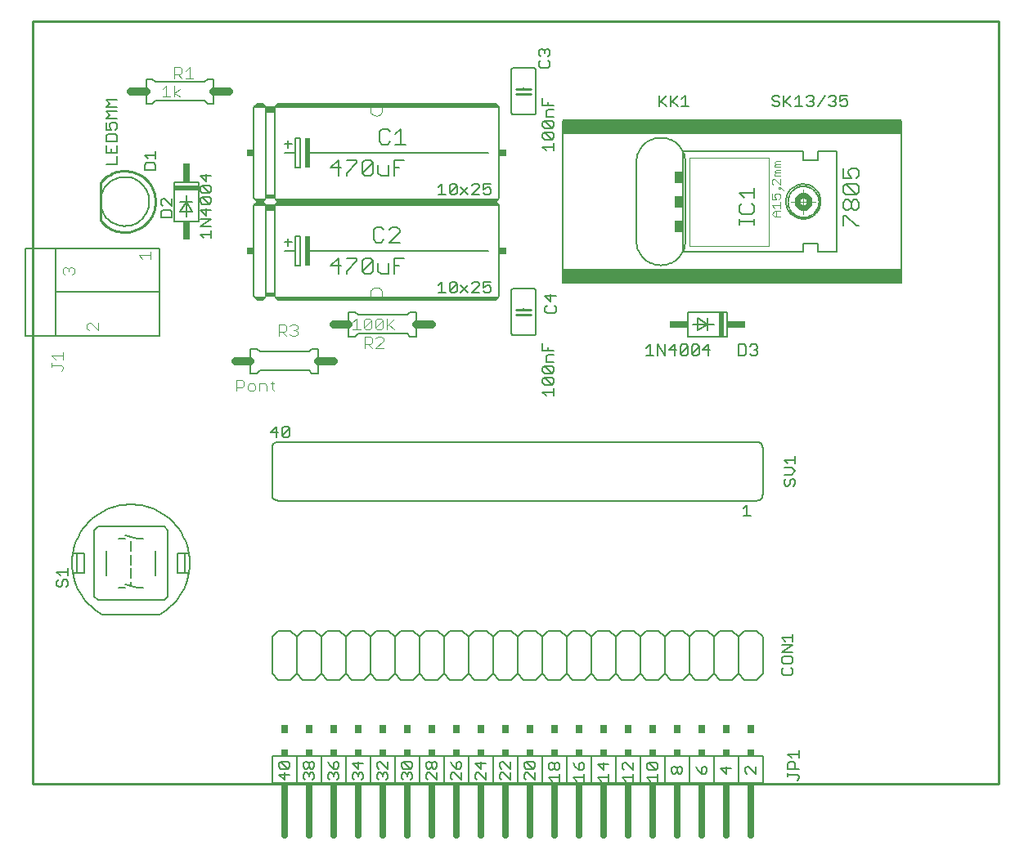
<source format=gbr>
G75*
G70*
%OFA0B0*%
%FSLAX24Y24*%
%IPPOS*%
%LPD*%
%AMOC8*
5,1,8,0,0,1.08239X$1,22.5*
%
%ADD10C,0.0100*%
%ADD11C,0.0000*%
%ADD12C,0.0050*%
%ADD13C,0.0040*%
%ADD14C,0.0120*%
%ADD15R,0.0200X0.1200*%
%ADD16R,0.0300X0.0300*%
%ADD17C,0.0070*%
%ADD18C,0.0020*%
%ADD19R,1.3800X0.0600*%
%ADD20C,0.0320*%
%ADD21R,0.1000X0.0200*%
%ADD22R,0.0300X0.0750*%
%ADD23R,0.0200X0.1000*%
%ADD24R,0.0750X0.0300*%
%ADD25R,0.0260X0.0300*%
%ADD26C,0.0260*%
%ADD27R,0.0260X0.0260*%
%ADD28R,0.0260X0.0320*%
%ADD29C,0.0240*%
%ADD30R,0.0350X0.0500*%
D10*
X000544Y002338D02*
X000544Y003838D01*
X000544Y033047D01*
X000544Y033441D01*
X039914Y033441D01*
X039914Y002338D01*
X039127Y002338D01*
X039294Y002338D01*
X039127Y002338D02*
X000544Y002338D01*
X000544Y003691D02*
X000544Y003838D01*
X020244Y021488D02*
X020544Y021488D01*
X020844Y021488D01*
X020844Y021688D02*
X020544Y021688D01*
X020244Y021688D01*
X020244Y030488D02*
X020544Y030488D01*
X020844Y030488D01*
X020844Y030688D02*
X020544Y030688D01*
X020244Y030688D01*
X003294Y026838D02*
X003351Y026908D01*
X003413Y026974D01*
X003479Y027036D01*
X003550Y027092D01*
X003624Y027144D01*
X003703Y027189D01*
X003784Y027229D01*
X003868Y027263D01*
X003954Y027291D01*
X004042Y027312D01*
X004131Y027327D01*
X004221Y027336D01*
X004312Y027338D01*
X004402Y027333D01*
X004492Y027322D01*
X004580Y027305D01*
X004668Y027281D01*
X004753Y027251D01*
X004836Y027214D01*
X004916Y027172D01*
X004993Y027124D01*
X005066Y027071D01*
X005135Y027013D01*
X005200Y026949D01*
X005260Y026882D01*
X005315Y026810D01*
X005364Y026734D01*
X005408Y026655D01*
X005446Y026573D01*
X005478Y026488D01*
X005504Y026401D01*
X005524Y026313D01*
X005537Y026223D01*
X005543Y026133D01*
X005543Y026043D01*
X005537Y025953D01*
X005524Y025863D01*
X005504Y025775D01*
X005478Y025688D01*
X005446Y025603D01*
X005408Y025521D01*
X005364Y025442D01*
X005315Y025366D01*
X005260Y025294D01*
X005200Y025227D01*
X005135Y025163D01*
X005066Y025105D01*
X004993Y025052D01*
X004916Y025004D01*
X004836Y024962D01*
X004753Y024925D01*
X004668Y024895D01*
X004580Y024871D01*
X004492Y024854D01*
X004402Y024843D01*
X004312Y024838D01*
X004221Y024840D01*
X004131Y024849D01*
X004042Y024864D01*
X003954Y024885D01*
X003868Y024913D01*
X003784Y024947D01*
X003703Y024987D01*
X003624Y025032D01*
X003550Y025084D01*
X003479Y025140D01*
X003413Y025202D01*
X003351Y025268D01*
X003294Y025338D01*
X003294Y026838D01*
X000544Y033047D02*
X000544Y033191D01*
D11*
X014294Y029838D02*
X014296Y029870D01*
X014302Y029901D01*
X014312Y029932D01*
X014326Y029961D01*
X014344Y029988D01*
X014364Y030012D01*
X014388Y030033D01*
X014414Y030052D01*
X014443Y030067D01*
X014473Y030078D01*
X014504Y030085D01*
X014536Y030088D01*
X014568Y030087D01*
X014600Y030082D01*
X014630Y030073D01*
X014660Y030060D01*
X014687Y030043D01*
X014712Y030023D01*
X014734Y030000D01*
X014754Y029974D01*
X014769Y029946D01*
X014781Y029917D01*
X014789Y029886D01*
X014793Y029854D01*
X014793Y029822D01*
X014789Y029790D01*
X014781Y029759D01*
X014769Y029730D01*
X014754Y029702D01*
X014734Y029676D01*
X014712Y029653D01*
X014687Y029633D01*
X014660Y029616D01*
X014630Y029603D01*
X014600Y029594D01*
X014568Y029589D01*
X014536Y029588D01*
X014504Y029591D01*
X014473Y029598D01*
X014443Y029609D01*
X014414Y029624D01*
X014388Y029643D01*
X014364Y029664D01*
X014344Y029688D01*
X014326Y029715D01*
X014312Y029744D01*
X014302Y029775D01*
X014296Y029806D01*
X014294Y029838D01*
X014294Y022338D02*
X014296Y022370D01*
X014302Y022401D01*
X014312Y022432D01*
X014326Y022461D01*
X014344Y022488D01*
X014364Y022512D01*
X014388Y022533D01*
X014414Y022552D01*
X014443Y022567D01*
X014473Y022578D01*
X014504Y022585D01*
X014536Y022588D01*
X014568Y022587D01*
X014600Y022582D01*
X014630Y022573D01*
X014660Y022560D01*
X014687Y022543D01*
X014712Y022523D01*
X014734Y022500D01*
X014754Y022474D01*
X014769Y022446D01*
X014781Y022417D01*
X014789Y022386D01*
X014793Y022354D01*
X014793Y022322D01*
X014789Y022290D01*
X014781Y022259D01*
X014769Y022230D01*
X014754Y022202D01*
X014734Y022176D01*
X014712Y022153D01*
X014687Y022133D01*
X014660Y022116D01*
X014630Y022103D01*
X014600Y022094D01*
X014568Y022089D01*
X014536Y022088D01*
X014504Y022091D01*
X014473Y022098D01*
X014443Y022109D01*
X014414Y022124D01*
X014388Y022143D01*
X014364Y022164D01*
X014344Y022188D01*
X014326Y022215D01*
X014312Y022244D01*
X014302Y022275D01*
X014296Y022306D01*
X014294Y022338D01*
X031294Y026088D02*
X031297Y026147D01*
X031305Y026206D01*
X031318Y026263D01*
X031337Y026320D01*
X031360Y026374D01*
X031389Y026426D01*
X031422Y026475D01*
X031459Y026521D01*
X031500Y026563D01*
X031545Y026601D01*
X031594Y026636D01*
X031645Y026665D01*
X031699Y026690D01*
X031754Y026710D01*
X031812Y026724D01*
X031870Y026734D01*
X031929Y026738D01*
X031988Y026736D01*
X032047Y026730D01*
X032105Y026718D01*
X032162Y026700D01*
X032216Y026678D01*
X032269Y026651D01*
X032319Y026619D01*
X032366Y026583D01*
X032409Y026542D01*
X032448Y026498D01*
X032483Y026451D01*
X032514Y026400D01*
X032540Y026347D01*
X032561Y026292D01*
X032577Y026235D01*
X032588Y026177D01*
X032593Y026118D01*
X032593Y026058D01*
X032588Y025999D01*
X032577Y025941D01*
X032561Y025884D01*
X032540Y025829D01*
X032514Y025776D01*
X032483Y025725D01*
X032448Y025678D01*
X032409Y025634D01*
X032366Y025593D01*
X032319Y025557D01*
X032269Y025525D01*
X032216Y025498D01*
X032162Y025476D01*
X032105Y025458D01*
X032047Y025446D01*
X031988Y025440D01*
X031929Y025438D01*
X031870Y025442D01*
X031812Y025452D01*
X031754Y025466D01*
X031699Y025486D01*
X031645Y025511D01*
X031594Y025540D01*
X031545Y025575D01*
X031500Y025613D01*
X031459Y025655D01*
X031422Y025701D01*
X031389Y025750D01*
X031360Y025802D01*
X031337Y025856D01*
X031318Y025913D01*
X031305Y025970D01*
X031297Y026029D01*
X031294Y026088D01*
D12*
X031234Y026088D02*
X031237Y026153D01*
X031246Y026217D01*
X031260Y026280D01*
X031281Y026341D01*
X031306Y026400D01*
X031337Y026457D01*
X031373Y026511D01*
X031414Y026561D01*
X031459Y026607D01*
X031509Y026649D01*
X031561Y026686D01*
X031617Y026718D01*
X031676Y026745D01*
X031737Y026767D01*
X031800Y026783D01*
X031863Y026793D01*
X031928Y026798D01*
X031992Y026796D01*
X032057Y026789D01*
X032120Y026776D01*
X032182Y026757D01*
X032242Y026733D01*
X032299Y026703D01*
X032353Y026668D01*
X032404Y026628D01*
X032452Y026584D01*
X032495Y026536D01*
X032533Y026484D01*
X032567Y026429D01*
X032595Y026371D01*
X032618Y026310D01*
X032636Y026248D01*
X032647Y026185D01*
X032653Y026120D01*
X032653Y026056D01*
X032647Y025991D01*
X032636Y025928D01*
X032618Y025866D01*
X032595Y025805D01*
X032567Y025747D01*
X032533Y025692D01*
X032495Y025640D01*
X032452Y025592D01*
X032404Y025548D01*
X032353Y025508D01*
X032299Y025473D01*
X032242Y025443D01*
X032182Y025419D01*
X032120Y025400D01*
X032057Y025387D01*
X031992Y025380D01*
X031928Y025378D01*
X031863Y025383D01*
X031800Y025393D01*
X031737Y025409D01*
X031676Y025431D01*
X031617Y025458D01*
X031561Y025490D01*
X031509Y025527D01*
X031459Y025569D01*
X031414Y025615D01*
X031373Y025665D01*
X031337Y025719D01*
X031306Y025776D01*
X031281Y025835D01*
X031260Y025896D01*
X031246Y025959D01*
X031237Y026023D01*
X031234Y026088D01*
X031944Y027788D02*
X032544Y027788D01*
X032544Y028138D01*
X033294Y028138D01*
X033294Y024038D01*
X032544Y024038D01*
X032544Y024388D01*
X031944Y024388D01*
X031944Y024038D01*
X027044Y024038D01*
X027044Y028138D01*
X031944Y028138D01*
X031944Y027788D01*
X031910Y029963D02*
X031610Y029963D01*
X031760Y029963D02*
X031760Y030414D01*
X031610Y030264D01*
X031450Y030414D02*
X031150Y030113D01*
X031225Y030188D02*
X031450Y029963D01*
X031150Y029963D02*
X031150Y030414D01*
X030989Y030339D02*
X030914Y030414D01*
X030764Y030414D01*
X030689Y030339D01*
X030689Y030264D01*
X030764Y030188D01*
X030914Y030188D01*
X030989Y030113D01*
X030989Y030038D01*
X030914Y029963D01*
X030764Y029963D01*
X030689Y030038D01*
X032070Y030038D02*
X032145Y029963D01*
X032295Y029963D01*
X032371Y030038D01*
X032371Y030113D01*
X032295Y030188D01*
X032220Y030188D01*
X032295Y030188D02*
X032371Y030264D01*
X032371Y030339D01*
X032295Y030414D01*
X032145Y030414D01*
X032070Y030339D01*
X032531Y029963D02*
X032831Y030414D01*
X032991Y030339D02*
X033066Y030414D01*
X033216Y030414D01*
X033291Y030339D01*
X033291Y030264D01*
X033216Y030188D01*
X033291Y030113D01*
X033291Y030038D01*
X033216Y029963D01*
X033066Y029963D01*
X032991Y030038D01*
X033141Y030188D02*
X033216Y030188D01*
X033451Y030188D02*
X033601Y030264D01*
X033677Y030264D01*
X033752Y030188D01*
X033752Y030038D01*
X033677Y029963D01*
X033526Y029963D01*
X033451Y030038D01*
X033451Y030188D02*
X033451Y030414D01*
X033752Y030414D01*
X035944Y029388D02*
X035944Y022788D01*
X030080Y020189D02*
X030080Y020114D01*
X030005Y020038D01*
X030080Y019963D01*
X030080Y019888D01*
X030005Y019813D01*
X029855Y019813D01*
X029780Y019888D01*
X029619Y019888D02*
X029544Y019813D01*
X029319Y019813D01*
X029319Y020264D01*
X029544Y020264D01*
X029619Y020189D01*
X029619Y019888D01*
X029780Y020189D02*
X029855Y020264D01*
X030005Y020264D01*
X030080Y020189D01*
X030005Y020038D02*
X029930Y020038D01*
X028844Y020588D02*
X028844Y021588D01*
X027244Y021588D01*
X027244Y020588D01*
X028844Y020588D01*
X028294Y021088D02*
X028044Y021088D01*
X028044Y021338D01*
X028044Y021088D02*
X027444Y021088D01*
X027644Y020838D02*
X028044Y021088D01*
X028044Y020838D01*
X028044Y021088D02*
X027644Y021338D01*
X027644Y020838D01*
X027624Y020264D02*
X027699Y020189D01*
X027398Y019888D01*
X027473Y019813D01*
X027624Y019813D01*
X027699Y019888D01*
X027699Y020189D01*
X027624Y020264D02*
X027473Y020264D01*
X027398Y020189D01*
X027398Y019888D01*
X027238Y019888D02*
X027163Y019813D01*
X027013Y019813D01*
X026938Y019888D01*
X027238Y020189D01*
X027238Y019888D01*
X026938Y019888D02*
X026938Y020189D01*
X027013Y020264D01*
X027163Y020264D01*
X027238Y020189D01*
X026778Y020038D02*
X026478Y020038D01*
X026703Y020264D01*
X026703Y019813D01*
X026318Y019813D02*
X026318Y020264D01*
X026017Y020264D02*
X026318Y019813D01*
X026017Y019813D02*
X026017Y020264D01*
X025707Y020264D02*
X025707Y019813D01*
X025557Y019813D02*
X025857Y019813D01*
X025557Y020114D02*
X025707Y020264D01*
X027859Y020038D02*
X028159Y020038D01*
X028084Y019813D02*
X028084Y020264D01*
X027859Y020038D01*
X030044Y016288D02*
X010544Y016288D01*
X010474Y016463D02*
X010474Y016914D01*
X010249Y016688D01*
X010549Y016688D01*
X010709Y016538D02*
X011009Y016839D01*
X011009Y016538D01*
X010934Y016463D01*
X010784Y016463D01*
X010709Y016538D01*
X010709Y016839D01*
X010784Y016914D01*
X010934Y016914D01*
X011009Y016839D01*
X010544Y016288D02*
X010514Y016286D01*
X010484Y016281D01*
X010455Y016272D01*
X010428Y016259D01*
X010402Y016244D01*
X010378Y016225D01*
X010357Y016204D01*
X010338Y016180D01*
X010323Y016154D01*
X010310Y016127D01*
X010301Y016098D01*
X010296Y016068D01*
X010294Y016038D01*
X010294Y014138D01*
X010296Y014108D01*
X010301Y014078D01*
X010310Y014049D01*
X010323Y014022D01*
X010338Y013996D01*
X010357Y013972D01*
X010378Y013951D01*
X010402Y013932D01*
X010428Y013917D01*
X010455Y013904D01*
X010484Y013895D01*
X010514Y013890D01*
X010544Y013888D01*
X030044Y013888D01*
X030074Y013890D01*
X030104Y013895D01*
X030133Y013904D01*
X030160Y013917D01*
X030186Y013932D01*
X030210Y013951D01*
X030231Y013972D01*
X030250Y013996D01*
X030265Y014022D01*
X030278Y014049D01*
X030287Y014078D01*
X030292Y014108D01*
X030294Y014138D01*
X030294Y016038D01*
X030292Y016068D01*
X030287Y016098D01*
X030278Y016127D01*
X030265Y016154D01*
X030250Y016180D01*
X030231Y016204D01*
X030210Y016225D01*
X030186Y016244D01*
X030160Y016259D01*
X030133Y016272D01*
X030104Y016281D01*
X030074Y016286D01*
X030044Y016288D01*
X031169Y015553D02*
X031619Y015553D01*
X031619Y015403D02*
X031619Y015703D01*
X031319Y015403D02*
X031169Y015553D01*
X031169Y015243D02*
X031469Y015243D01*
X031619Y015093D01*
X031469Y014942D01*
X031169Y014942D01*
X031244Y014782D02*
X031169Y014707D01*
X031169Y014557D01*
X031244Y014482D01*
X031319Y014482D01*
X031394Y014557D01*
X031394Y014707D01*
X031469Y014782D01*
X031544Y014782D01*
X031619Y014707D01*
X031619Y014557D01*
X031544Y014482D01*
X029659Y013714D02*
X029659Y013263D01*
X029509Y013263D02*
X029809Y013263D01*
X029509Y013564D02*
X029659Y013714D01*
X029544Y008588D02*
X029294Y008338D01*
X029294Y006838D01*
X029044Y006588D01*
X028544Y006588D01*
X028294Y006838D01*
X028294Y008338D01*
X028044Y008588D01*
X027544Y008588D01*
X027294Y008338D01*
X027294Y006838D01*
X027044Y006588D01*
X026544Y006588D01*
X026294Y006838D01*
X026294Y008338D01*
X026044Y008588D01*
X025544Y008588D01*
X025294Y008338D01*
X025294Y006838D01*
X025044Y006588D01*
X024544Y006588D01*
X024294Y006838D01*
X024294Y008338D01*
X024044Y008588D01*
X023544Y008588D01*
X023294Y008338D01*
X023294Y006838D01*
X023044Y006588D01*
X022544Y006588D01*
X022294Y006838D01*
X022294Y008338D01*
X022544Y008588D01*
X023044Y008588D01*
X023294Y008338D01*
X024294Y008338D02*
X024544Y008588D01*
X025044Y008588D01*
X025294Y008338D01*
X026294Y008338D02*
X026544Y008588D01*
X027044Y008588D01*
X027294Y008338D01*
X028294Y008338D02*
X028544Y008588D01*
X029044Y008588D01*
X029294Y008338D01*
X029544Y008588D02*
X030044Y008588D01*
X030294Y008338D01*
X030294Y006838D01*
X030044Y006588D01*
X029544Y006588D01*
X029294Y006838D01*
X028294Y006838D02*
X028044Y006588D01*
X027544Y006588D01*
X027294Y006838D01*
X026294Y006838D02*
X026044Y006588D01*
X025544Y006588D01*
X025294Y006838D01*
X024294Y006838D02*
X024044Y006588D01*
X023544Y006588D01*
X023294Y006838D01*
X022294Y006838D02*
X022044Y006588D01*
X021544Y006588D01*
X021294Y006838D01*
X021294Y008338D01*
X021544Y008588D01*
X022044Y008588D01*
X022294Y008338D01*
X021294Y008338D02*
X021044Y008588D01*
X020544Y008588D01*
X020294Y008338D01*
X020294Y006838D01*
X020044Y006588D01*
X019544Y006588D01*
X019294Y006838D01*
X019294Y008338D01*
X019544Y008588D01*
X020044Y008588D01*
X020294Y008338D01*
X019294Y008338D02*
X019044Y008588D01*
X018544Y008588D01*
X018294Y008338D01*
X018294Y006838D01*
X018044Y006588D01*
X017544Y006588D01*
X017294Y006838D01*
X017294Y008338D01*
X017544Y008588D01*
X018044Y008588D01*
X018294Y008338D01*
X017294Y008338D02*
X017044Y008588D01*
X016544Y008588D01*
X016294Y008338D01*
X016294Y006838D01*
X016044Y006588D01*
X015544Y006588D01*
X015294Y006838D01*
X015294Y008338D01*
X015544Y008588D01*
X016044Y008588D01*
X016294Y008338D01*
X015294Y008338D02*
X015044Y008588D01*
X014544Y008588D01*
X014294Y008338D01*
X014294Y006838D01*
X014044Y006588D01*
X013544Y006588D01*
X013294Y006838D01*
X013294Y008338D01*
X013544Y008588D01*
X014044Y008588D01*
X014294Y008338D01*
X013294Y008338D02*
X013044Y008588D01*
X012544Y008588D01*
X012294Y008338D01*
X012294Y006838D01*
X012044Y006588D01*
X011544Y006588D01*
X011294Y006838D01*
X011044Y006588D01*
X010544Y006588D01*
X010294Y006838D01*
X010294Y008338D01*
X010544Y008588D01*
X011044Y008588D01*
X011294Y008338D01*
X011294Y006838D01*
X012294Y006838D02*
X012544Y006588D01*
X013044Y006588D01*
X013294Y006838D01*
X014294Y006838D02*
X014544Y006588D01*
X015044Y006588D01*
X015294Y006838D01*
X016294Y006838D02*
X016544Y006588D01*
X017044Y006588D01*
X017294Y006838D01*
X018294Y006838D02*
X018544Y006588D01*
X019044Y006588D01*
X019294Y006838D01*
X020294Y006838D02*
X020544Y006588D01*
X021044Y006588D01*
X021294Y006838D01*
X021294Y003488D02*
X020294Y003488D01*
X020294Y002388D01*
X021294Y002388D01*
X022294Y002388D01*
X023294Y002388D01*
X024294Y002388D01*
X025294Y002388D01*
X026294Y002388D01*
X027294Y002388D01*
X028294Y002388D01*
X029294Y002388D01*
X030294Y002388D01*
X030294Y003488D01*
X029294Y003488D01*
X028294Y003488D01*
X028294Y002388D01*
X027944Y002753D02*
X028019Y002828D01*
X028019Y002978D01*
X027944Y003053D01*
X027869Y003053D01*
X027794Y002978D01*
X027794Y002753D01*
X027944Y002753D01*
X027794Y002753D02*
X027644Y002903D01*
X027569Y003053D01*
X027019Y002978D02*
X027019Y002828D01*
X026944Y002753D01*
X026869Y002753D01*
X026794Y002828D01*
X026794Y002978D01*
X026869Y003053D01*
X026944Y003053D01*
X027019Y002978D01*
X026794Y002978D02*
X026719Y003053D01*
X026644Y003053D01*
X026569Y002978D01*
X026569Y002828D01*
X026644Y002753D01*
X026719Y002753D01*
X026794Y002828D01*
X026294Y002388D02*
X026294Y003488D01*
X027294Y003488D01*
X028294Y003488D01*
X028569Y002978D02*
X028794Y002753D01*
X028794Y003053D01*
X029019Y002978D02*
X028569Y002978D01*
X029294Y003488D02*
X029294Y002388D01*
X029644Y002753D02*
X029569Y002828D01*
X029569Y002978D01*
X029644Y003053D01*
X029719Y003053D01*
X030019Y002753D01*
X030019Y003053D01*
X031319Y002942D02*
X031319Y003168D01*
X031394Y003243D01*
X031544Y003243D01*
X031619Y003168D01*
X031619Y002942D01*
X031769Y002942D02*
X031319Y002942D01*
X031319Y002782D02*
X031319Y002632D01*
X031319Y002707D02*
X031694Y002707D01*
X031769Y002632D01*
X031769Y002557D01*
X031694Y002482D01*
X031769Y003403D02*
X031769Y003703D01*
X031769Y003553D02*
X031319Y003553D01*
X031469Y003403D01*
X031444Y006772D02*
X031144Y006772D01*
X031069Y006847D01*
X031069Y006997D01*
X031144Y007072D01*
X031144Y007232D02*
X031444Y007232D01*
X031519Y007307D01*
X031519Y007457D01*
X031444Y007532D01*
X031144Y007532D01*
X031069Y007457D01*
X031069Y007307D01*
X031144Y007232D01*
X031444Y007072D02*
X031519Y006997D01*
X031519Y006847D01*
X031444Y006772D01*
X031519Y007692D02*
X031069Y007692D01*
X031519Y007993D01*
X031069Y007993D01*
X031219Y008153D02*
X031069Y008303D01*
X031519Y008303D01*
X031519Y008153D02*
X031519Y008453D01*
X027294Y003488D02*
X027294Y002388D01*
X026019Y002443D02*
X026019Y002743D01*
X026019Y002593D02*
X025569Y002593D01*
X025719Y002443D01*
X025294Y002388D02*
X025294Y003488D01*
X026294Y003488D01*
X025944Y003203D02*
X026019Y003128D01*
X026019Y002978D01*
X025944Y002903D01*
X025644Y003203D01*
X025944Y003203D01*
X025644Y003203D02*
X025569Y003128D01*
X025569Y002978D01*
X025644Y002903D01*
X025944Y002903D01*
X025294Y003488D02*
X024294Y003488D01*
X023294Y003488D01*
X023294Y002388D01*
X023019Y002443D02*
X023019Y002743D01*
X023019Y002593D02*
X022569Y002593D01*
X022719Y002443D01*
X022294Y002388D02*
X022294Y003488D01*
X023294Y003488D01*
X022944Y003203D02*
X022869Y003203D01*
X022794Y003128D01*
X022794Y002903D01*
X022944Y002903D01*
X023019Y002978D01*
X023019Y003128D01*
X022944Y003203D01*
X022644Y003053D02*
X022794Y002903D01*
X022644Y003053D02*
X022569Y003203D01*
X022294Y003488D02*
X021294Y003488D01*
X021294Y002388D01*
X021019Y002493D02*
X020719Y002793D01*
X020644Y002793D01*
X020569Y002718D01*
X020569Y002568D01*
X020644Y002493D01*
X020294Y002388D02*
X019294Y002388D01*
X018294Y002388D01*
X018294Y003488D01*
X019294Y003488D01*
X020294Y003488D01*
X020019Y003253D02*
X020019Y002953D01*
X019719Y003253D01*
X019644Y003253D01*
X019569Y003178D01*
X019569Y003028D01*
X019644Y002953D01*
X019644Y002793D02*
X019569Y002718D01*
X019569Y002568D01*
X019644Y002493D01*
X019644Y002793D02*
X019719Y002793D01*
X020019Y002493D01*
X020019Y002793D01*
X020569Y003028D02*
X020569Y003178D01*
X020644Y003253D01*
X020944Y002953D01*
X021019Y003028D01*
X021019Y003178D01*
X020944Y003253D01*
X020644Y003253D01*
X020569Y003028D02*
X020644Y002953D01*
X020944Y002953D01*
X021019Y002793D02*
X021019Y002493D01*
X021569Y002593D02*
X022019Y002593D01*
X022019Y002443D02*
X022019Y002743D01*
X021944Y002903D02*
X021869Y002903D01*
X021794Y002978D01*
X021794Y003128D01*
X021869Y003203D01*
X021944Y003203D01*
X022019Y003128D01*
X022019Y002978D01*
X021944Y002903D01*
X021794Y002978D02*
X021719Y002903D01*
X021644Y002903D01*
X021569Y002978D01*
X021569Y003128D01*
X021644Y003203D01*
X021719Y003203D01*
X021794Y003128D01*
X021569Y002593D02*
X021719Y002443D01*
X023569Y002593D02*
X024019Y002593D01*
X024019Y002443D02*
X024019Y002743D01*
X023794Y002903D02*
X023569Y003128D01*
X024019Y003128D01*
X023794Y003203D02*
X023794Y002903D01*
X023569Y002593D02*
X023719Y002443D01*
X024294Y002388D02*
X024294Y003488D01*
X024644Y003203D02*
X024569Y003128D01*
X024569Y002978D01*
X024644Y002903D01*
X024644Y003203D02*
X024719Y003203D01*
X025019Y002903D01*
X025019Y003203D01*
X025019Y002743D02*
X025019Y002443D01*
X025019Y002593D02*
X024569Y002593D01*
X024719Y002443D01*
X019294Y002388D02*
X019294Y003488D01*
X019019Y003178D02*
X018569Y003178D01*
X018794Y002953D01*
X018794Y003253D01*
X018719Y002793D02*
X018644Y002793D01*
X018569Y002718D01*
X018569Y002568D01*
X018644Y002493D01*
X018719Y002793D02*
X019019Y002493D01*
X019019Y002793D01*
X018294Y002388D02*
X017294Y002388D01*
X016294Y002388D01*
X015294Y002388D01*
X015294Y003488D01*
X016294Y003488D01*
X017294Y003488D01*
X018294Y003488D01*
X018019Y003178D02*
X017944Y003253D01*
X017869Y003253D01*
X017794Y003178D01*
X017794Y002953D01*
X017944Y002953D01*
X018019Y003028D01*
X018019Y003178D01*
X017794Y002953D02*
X017644Y003103D01*
X017569Y003253D01*
X017294Y003488D02*
X017294Y002388D01*
X017019Y002493D02*
X016719Y002793D01*
X016644Y002793D01*
X016569Y002718D01*
X016569Y002568D01*
X016644Y002493D01*
X016294Y002388D02*
X016294Y003488D01*
X016019Y003178D02*
X016019Y003028D01*
X015944Y002953D01*
X015644Y003253D01*
X015944Y003253D01*
X016019Y003178D01*
X015944Y002953D02*
X015644Y002953D01*
X015569Y003028D01*
X015569Y003178D01*
X015644Y003253D01*
X015294Y003488D02*
X014294Y003488D01*
X013294Y003488D01*
X013294Y002388D01*
X014294Y002388D01*
X015294Y002388D01*
X015019Y002568D02*
X014944Y002493D01*
X015019Y002568D02*
X015019Y002718D01*
X014944Y002793D01*
X014869Y002793D01*
X014794Y002718D01*
X014794Y002643D01*
X014794Y002718D02*
X014719Y002793D01*
X014644Y002793D01*
X014569Y002718D01*
X014569Y002568D01*
X014644Y002493D01*
X014294Y002388D02*
X014294Y003488D01*
X014019Y003178D02*
X013569Y003178D01*
X013794Y002953D01*
X013794Y003253D01*
X013869Y002793D02*
X013944Y002793D01*
X014019Y002718D01*
X014019Y002568D01*
X013944Y002493D01*
X013794Y002643D02*
X013794Y002718D01*
X013869Y002793D01*
X013794Y002718D02*
X013719Y002793D01*
X013644Y002793D01*
X013569Y002718D01*
X013569Y002568D01*
X013644Y002493D01*
X013294Y002388D02*
X012294Y002388D01*
X011294Y002388D01*
X010294Y002388D01*
X010294Y003488D01*
X011294Y003488D01*
X012294Y003488D01*
X013294Y003488D01*
X013019Y003178D02*
X012944Y003253D01*
X012869Y003253D01*
X012794Y003178D01*
X012794Y002953D01*
X012944Y002953D01*
X013019Y003028D01*
X013019Y003178D01*
X012794Y002953D02*
X012644Y003103D01*
X012569Y003253D01*
X012294Y003488D02*
X012294Y002388D01*
X012019Y002568D02*
X011944Y002493D01*
X012019Y002568D02*
X012019Y002718D01*
X011944Y002793D01*
X011869Y002793D01*
X011794Y002718D01*
X011794Y002643D01*
X011794Y002718D02*
X011719Y002793D01*
X011644Y002793D01*
X011569Y002718D01*
X011569Y002568D01*
X011644Y002493D01*
X011294Y002388D02*
X011294Y003488D01*
X011019Y003178D02*
X011019Y003028D01*
X010944Y002953D01*
X010644Y003253D01*
X010944Y003253D01*
X011019Y003178D01*
X010944Y002953D02*
X010644Y002953D01*
X010569Y003028D01*
X010569Y003178D01*
X010644Y003253D01*
X010794Y002793D02*
X010794Y002493D01*
X010569Y002718D01*
X011019Y002718D01*
X011569Y003028D02*
X011569Y003178D01*
X011644Y003253D01*
X011719Y003253D01*
X011794Y003178D01*
X011794Y003028D01*
X011719Y002953D01*
X011644Y002953D01*
X011569Y003028D01*
X011794Y003028D02*
X011869Y002953D01*
X011944Y002953D01*
X012019Y003028D01*
X012019Y003178D01*
X011944Y003253D01*
X011869Y003253D01*
X011794Y003178D01*
X012569Y002718D02*
X012644Y002793D01*
X012719Y002793D01*
X012794Y002718D01*
X012869Y002793D01*
X012944Y002793D01*
X013019Y002718D01*
X013019Y002568D01*
X012944Y002493D01*
X012794Y002643D02*
X012794Y002718D01*
X012569Y002718D02*
X012569Y002568D01*
X012644Y002493D01*
X014569Y003028D02*
X014644Y002953D01*
X014569Y003028D02*
X014569Y003178D01*
X014644Y003253D01*
X014719Y003253D01*
X015019Y002953D01*
X015019Y003253D01*
X015569Y002718D02*
X015644Y002793D01*
X015719Y002793D01*
X015794Y002718D01*
X015869Y002793D01*
X015944Y002793D01*
X016019Y002718D01*
X016019Y002568D01*
X015944Y002493D01*
X015794Y002643D02*
X015794Y002718D01*
X015569Y002718D02*
X015569Y002568D01*
X015644Y002493D01*
X016569Y003028D02*
X016569Y003178D01*
X016644Y003253D01*
X016719Y003253D01*
X016794Y003178D01*
X016794Y003028D01*
X016719Y002953D01*
X016644Y002953D01*
X016569Y003028D01*
X016794Y003028D02*
X016869Y002953D01*
X016944Y002953D01*
X017019Y003028D01*
X017019Y003178D01*
X016944Y003253D01*
X016869Y003253D01*
X016794Y003178D01*
X017019Y002793D02*
X017019Y002493D01*
X017569Y002568D02*
X017644Y002493D01*
X017569Y002568D02*
X017569Y002718D01*
X017644Y002793D01*
X017719Y002793D01*
X018019Y002493D01*
X018019Y002793D01*
X012294Y008338D02*
X012044Y008588D01*
X011544Y008588D01*
X011294Y008338D01*
X006894Y010938D02*
X006744Y010938D01*
X006444Y010938D01*
X006444Y011738D01*
X006744Y011738D01*
X006744Y010938D01*
X006744Y011738D02*
X006894Y011738D01*
X006044Y012688D02*
X005894Y012838D01*
X003194Y012838D01*
X003044Y012688D01*
X003044Y009988D01*
X003194Y009838D01*
X005894Y009838D01*
X006044Y009988D01*
X006044Y012688D01*
X005544Y011838D02*
X005544Y010838D01*
X005044Y010338D02*
X004794Y010338D01*
X004294Y010488D01*
X004294Y010338D02*
X004044Y010338D01*
X004544Y010438D02*
X004544Y010588D01*
X004544Y010738D02*
X004544Y011138D01*
X004544Y011288D02*
X004544Y011688D01*
X004544Y011838D02*
X004544Y012238D01*
X004294Y012338D02*
X004044Y012338D01*
X004294Y012488D02*
X004794Y012338D01*
X005044Y012338D01*
X005706Y009238D02*
X005863Y009333D01*
X006012Y009439D01*
X006153Y009557D01*
X006284Y009685D01*
X006405Y009823D01*
X006515Y009969D01*
X006614Y010124D01*
X006701Y010285D01*
X006775Y010453D01*
X006836Y010626D01*
X006884Y010803D01*
X006918Y010983D01*
X006938Y011165D01*
X006944Y011348D01*
X006936Y011532D01*
X006914Y011714D01*
X006879Y011893D01*
X006830Y012070D01*
X006767Y012242D01*
X006692Y012410D01*
X006603Y012570D01*
X006503Y012724D01*
X006392Y012869D01*
X006270Y013006D01*
X006137Y013133D01*
X005996Y013249D01*
X005845Y013355D01*
X005688Y013448D01*
X005523Y013529D01*
X005353Y013598D01*
X005178Y013653D01*
X005000Y013694D01*
X004818Y013722D01*
X004636Y013736D01*
X004452Y013736D01*
X004270Y013722D01*
X004088Y013694D01*
X003910Y013653D01*
X003735Y013598D01*
X003565Y013529D01*
X003400Y013448D01*
X003243Y013355D01*
X003092Y013249D01*
X002951Y013133D01*
X002818Y013006D01*
X002696Y012869D01*
X002585Y012724D01*
X002485Y012570D01*
X002396Y012410D01*
X002321Y012242D01*
X002258Y012070D01*
X002209Y011893D01*
X002174Y011714D01*
X002152Y011532D01*
X002144Y011348D01*
X002150Y011165D01*
X002170Y010983D01*
X002204Y010803D01*
X002252Y010626D01*
X002313Y010453D01*
X002387Y010285D01*
X002474Y010124D01*
X002573Y009969D01*
X002683Y009823D01*
X002804Y009685D01*
X002935Y009557D01*
X003076Y009439D01*
X003225Y009333D01*
X003382Y009238D01*
X005706Y009238D01*
X003544Y010838D02*
X003544Y011838D01*
X002644Y011738D02*
X002644Y010938D01*
X002344Y010938D01*
X002194Y010938D01*
X002344Y010938D02*
X002344Y011738D01*
X002194Y011738D01*
X002344Y011738D02*
X002644Y011738D01*
X001969Y011124D02*
X001969Y010824D01*
X001969Y010974D02*
X001519Y010974D01*
X001669Y010824D01*
X001594Y010664D02*
X001519Y010588D01*
X001519Y010438D01*
X001594Y010363D01*
X001669Y010363D01*
X001744Y010438D01*
X001744Y010588D01*
X001819Y010664D01*
X001894Y010664D01*
X001969Y010588D01*
X001969Y010438D01*
X001894Y010363D01*
X009419Y019088D02*
X009669Y019088D01*
X009794Y019213D01*
X011794Y019213D01*
X011919Y019088D01*
X012169Y019088D01*
X012169Y019588D01*
X012169Y020088D01*
X011919Y020088D01*
X011794Y019963D01*
X009794Y019963D01*
X009669Y020088D01*
X009419Y020088D01*
X009419Y019588D01*
X009419Y019088D01*
X009694Y022088D02*
X009594Y022188D01*
X009994Y022188D01*
X009894Y022088D01*
X009694Y022088D01*
X009594Y022188D02*
X009544Y022238D01*
X009544Y025938D01*
X010044Y025938D01*
X010044Y025738D01*
X010044Y022338D01*
X010044Y022238D01*
X010394Y022238D01*
X010394Y022338D01*
X010044Y022338D01*
X010044Y022238D02*
X009994Y022188D01*
X010394Y022238D02*
X010444Y022188D01*
X019494Y022188D01*
X019394Y022088D01*
X010544Y022088D01*
X010444Y022188D01*
X010394Y022338D02*
X010394Y025738D01*
X010044Y025738D01*
X010044Y025938D02*
X010394Y025938D01*
X019544Y025938D01*
X019394Y026088D01*
X010544Y026088D01*
X010394Y025938D01*
X010394Y025738D01*
X010544Y026088D02*
X019394Y026088D01*
X019494Y026188D01*
X019544Y026238D01*
X019544Y029938D01*
X019394Y030088D01*
X010544Y030088D01*
X010394Y029938D01*
X019544Y029938D01*
X020044Y029738D02*
X020044Y031438D01*
X020046Y031458D01*
X020052Y031476D01*
X020061Y031494D01*
X020073Y031509D01*
X020088Y031521D01*
X020106Y031530D01*
X020124Y031536D01*
X020144Y031538D01*
X020944Y031538D01*
X020964Y031536D01*
X020982Y031530D01*
X021000Y031521D01*
X021015Y031509D01*
X021027Y031494D01*
X021036Y031476D01*
X021042Y031458D01*
X021044Y031438D01*
X021044Y029738D01*
X021042Y029718D01*
X021036Y029700D01*
X021027Y029682D01*
X021015Y029667D01*
X021000Y029655D01*
X020982Y029646D01*
X020964Y029640D01*
X020944Y029638D01*
X020144Y029638D01*
X020124Y029640D01*
X020106Y029646D01*
X020088Y029655D01*
X020073Y029667D01*
X020061Y029682D01*
X020052Y029700D01*
X020046Y029718D01*
X020044Y029738D01*
X020544Y030438D02*
X020544Y030488D01*
X020544Y030688D02*
X020544Y030738D01*
X021319Y030303D02*
X021319Y030003D01*
X021769Y030003D01*
X021769Y029843D02*
X021544Y029843D01*
X021469Y029768D01*
X021469Y029542D01*
X021769Y029542D01*
X021694Y029382D02*
X021769Y029307D01*
X021769Y029157D01*
X021694Y029082D01*
X021394Y029382D01*
X021694Y029382D01*
X021694Y029082D02*
X021394Y029082D01*
X021319Y029157D01*
X021319Y029307D01*
X021394Y029382D01*
X021394Y028922D02*
X021694Y028622D01*
X021769Y028697D01*
X021769Y028847D01*
X021694Y028922D01*
X021394Y028922D01*
X021319Y028847D01*
X021319Y028697D01*
X021394Y028622D01*
X021694Y028622D01*
X021769Y028462D02*
X021769Y028161D01*
X021769Y028311D02*
X021319Y028311D01*
X021469Y028161D01*
X022144Y029388D02*
X022144Y022788D01*
X021644Y022303D02*
X021644Y022003D01*
X021419Y022228D01*
X021869Y022228D01*
X021794Y021843D02*
X021869Y021768D01*
X021869Y021618D01*
X021794Y021543D01*
X021494Y021543D01*
X021419Y021618D01*
X021419Y021768D01*
X021494Y021843D01*
X021044Y022438D02*
X021044Y020738D01*
X021042Y020718D01*
X021036Y020700D01*
X021027Y020682D01*
X021015Y020667D01*
X021000Y020655D01*
X020982Y020646D01*
X020964Y020640D01*
X020944Y020638D01*
X020144Y020638D01*
X020124Y020640D01*
X020106Y020646D01*
X020088Y020655D01*
X020073Y020667D01*
X020061Y020682D01*
X020052Y020700D01*
X020046Y020718D01*
X020044Y020738D01*
X020044Y022438D01*
X020046Y022458D01*
X020052Y022476D01*
X020061Y022494D01*
X020073Y022509D01*
X020088Y022521D01*
X020106Y022530D01*
X020124Y022536D01*
X020144Y022538D01*
X020944Y022538D01*
X020964Y022536D01*
X020982Y022530D01*
X021000Y022521D01*
X021015Y022509D01*
X021027Y022494D01*
X021036Y022476D01*
X021042Y022458D01*
X021044Y022438D01*
X020544Y021738D02*
X020544Y021688D01*
X020544Y021488D02*
X020544Y021438D01*
X019544Y022238D02*
X019494Y022188D01*
X019544Y022238D02*
X019544Y025938D01*
X019494Y026188D02*
X010444Y026188D01*
X010394Y026238D01*
X010394Y026338D01*
X010044Y026338D01*
X010044Y026238D01*
X010394Y026238D01*
X010444Y026188D02*
X010544Y026088D01*
X010394Y026338D02*
X010394Y029738D01*
X010044Y029738D01*
X010044Y026338D01*
X010044Y026238D02*
X009994Y026188D01*
X009894Y026088D01*
X010044Y025938D01*
X009894Y026088D02*
X009694Y026088D01*
X009544Y025938D01*
X009694Y026088D02*
X009594Y026188D01*
X009994Y026188D01*
X009894Y026088D02*
X009694Y026088D01*
X009594Y026188D02*
X009544Y026238D01*
X009544Y029938D01*
X010044Y029938D01*
X010044Y029738D01*
X010044Y029938D02*
X009894Y030088D01*
X009694Y030088D01*
X009544Y029938D01*
X010044Y029938D02*
X010394Y029938D01*
X010394Y029738D01*
X010944Y028588D02*
X010944Y028288D01*
X010794Y028438D02*
X011094Y028438D01*
X011244Y028688D02*
X011244Y028088D01*
X010794Y028088D01*
X011244Y028088D02*
X011244Y027488D01*
X011444Y027488D01*
X011444Y028688D01*
X011244Y028688D01*
X011794Y028088D02*
X019094Y028088D01*
X019211Y026814D02*
X018911Y026814D01*
X018911Y026588D01*
X019061Y026664D01*
X019136Y026664D01*
X019211Y026588D01*
X019211Y026438D01*
X019136Y026363D01*
X018986Y026363D01*
X018911Y026438D01*
X018751Y026363D02*
X018450Y026363D01*
X018751Y026664D01*
X018751Y026739D01*
X018675Y026814D01*
X018525Y026814D01*
X018450Y026739D01*
X018290Y026664D02*
X017990Y026363D01*
X017830Y026438D02*
X017755Y026363D01*
X017605Y026363D01*
X017530Y026438D01*
X017830Y026739D01*
X017830Y026438D01*
X017990Y026664D02*
X018290Y026363D01*
X017830Y026739D02*
X017755Y026814D01*
X017605Y026814D01*
X017530Y026739D01*
X017530Y026438D01*
X017369Y026363D02*
X017069Y026363D01*
X017219Y026363D02*
X017219Y026814D01*
X017069Y026664D01*
X019094Y024088D02*
X011794Y024088D01*
X011244Y024088D02*
X010794Y024088D01*
X010944Y024288D02*
X010944Y024588D01*
X010794Y024438D02*
X011094Y024438D01*
X011244Y024688D02*
X011244Y024088D01*
X011244Y023488D01*
X011444Y023488D01*
X011444Y024688D01*
X011244Y024688D01*
X007819Y024751D02*
X007369Y024751D01*
X007519Y024601D01*
X007819Y024601D02*
X007819Y024901D01*
X007819Y025061D02*
X007369Y025061D01*
X007819Y025362D01*
X007369Y025362D01*
X007294Y025288D02*
X007294Y026888D01*
X006294Y026888D01*
X006294Y025288D01*
X007294Y025288D01*
X007594Y025522D02*
X007594Y025822D01*
X007444Y025982D02*
X007369Y026057D01*
X007369Y026207D01*
X007444Y026282D01*
X007744Y025982D01*
X007819Y026057D01*
X007819Y026207D01*
X007744Y026282D01*
X007444Y026282D01*
X007444Y026442D02*
X007369Y026517D01*
X007369Y026668D01*
X007444Y026743D01*
X007744Y026442D01*
X007819Y026517D01*
X007819Y026668D01*
X007744Y026743D01*
X007444Y026743D01*
X007594Y026903D02*
X007594Y027203D01*
X007369Y027128D02*
X007594Y026903D01*
X007819Y027128D02*
X007369Y027128D01*
X007444Y026442D02*
X007744Y026442D01*
X007744Y025982D02*
X007444Y025982D01*
X007369Y025747D02*
X007594Y025522D01*
X007819Y025747D02*
X007369Y025747D01*
X007044Y025688D02*
X006794Y026088D01*
X006544Y026088D01*
X006794Y026088D02*
X007044Y026088D01*
X006794Y026088D02*
X006794Y025488D01*
X006544Y025688D02*
X006794Y026088D01*
X006794Y026338D01*
X006219Y026203D02*
X006219Y025903D01*
X005919Y026203D01*
X005844Y026203D01*
X005769Y026128D01*
X005769Y025978D01*
X005844Y025903D01*
X005844Y025743D02*
X005769Y025668D01*
X005769Y025443D01*
X006219Y025443D01*
X006219Y025668D01*
X006144Y025743D01*
X005844Y025743D01*
X006544Y025688D02*
X007044Y025688D01*
X005702Y024163D02*
X005702Y022391D01*
X001489Y022391D01*
X001489Y024163D01*
X000229Y024163D01*
X000229Y020620D01*
X001489Y020620D01*
X005702Y020620D01*
X005702Y022391D01*
X005702Y024163D02*
X001489Y024163D01*
X001489Y022391D02*
X001489Y020620D01*
X003294Y026088D02*
X003298Y026179D01*
X003311Y026269D01*
X003331Y026358D01*
X003360Y026444D01*
X003396Y026528D01*
X003440Y026608D01*
X003490Y026683D01*
X003548Y026754D01*
X003611Y026819D01*
X003681Y026878D01*
X003755Y026930D01*
X003834Y026976D01*
X003917Y027014D01*
X004002Y027045D01*
X004091Y027067D01*
X004180Y027082D01*
X004271Y027088D01*
X004362Y027086D01*
X004453Y027075D01*
X004542Y027057D01*
X004629Y027030D01*
X004713Y026996D01*
X004794Y026954D01*
X004871Y026905D01*
X004943Y026849D01*
X005009Y026787D01*
X005070Y026719D01*
X005124Y026646D01*
X005171Y026568D01*
X005211Y026486D01*
X005244Y026401D01*
X005268Y026314D01*
X005285Y026224D01*
X005293Y026134D01*
X005293Y026042D01*
X005285Y025952D01*
X005268Y025862D01*
X005244Y025775D01*
X005211Y025690D01*
X005171Y025608D01*
X005124Y025530D01*
X005070Y025457D01*
X005009Y025389D01*
X004943Y025327D01*
X004871Y025271D01*
X004794Y025222D01*
X004713Y025180D01*
X004629Y025146D01*
X004542Y025119D01*
X004453Y025101D01*
X004362Y025090D01*
X004271Y025088D01*
X004180Y025094D01*
X004091Y025109D01*
X004002Y025131D01*
X003917Y025162D01*
X003834Y025200D01*
X003755Y025246D01*
X003681Y025298D01*
X003611Y025357D01*
X003548Y025422D01*
X003490Y025493D01*
X003440Y025568D01*
X003396Y025648D01*
X003360Y025732D01*
X003331Y025818D01*
X003311Y025907D01*
X003298Y025997D01*
X003294Y026088D01*
X003529Y027623D02*
X003979Y027623D01*
X003979Y027924D01*
X003979Y028084D02*
X003979Y028384D01*
X003979Y028544D02*
X003529Y028544D01*
X003529Y028769D01*
X003604Y028844D01*
X003904Y028844D01*
X003979Y028769D01*
X003979Y028544D01*
X003754Y028234D02*
X003754Y028084D01*
X003529Y028084D02*
X003979Y028084D01*
X003529Y028084D02*
X003529Y028384D01*
X003529Y029004D02*
X003754Y029004D01*
X003679Y029154D01*
X003679Y029229D01*
X003754Y029305D01*
X003904Y029305D01*
X003979Y029229D01*
X003979Y029079D01*
X003904Y029004D01*
X003529Y029004D02*
X003529Y029305D01*
X003529Y029465D02*
X003679Y029615D01*
X003529Y029765D01*
X003979Y029765D01*
X003979Y029925D02*
X003529Y029925D01*
X003679Y030075D01*
X003529Y030225D01*
X003979Y030225D01*
X003979Y029465D02*
X003529Y029465D01*
X005169Y030088D02*
X005419Y030088D01*
X005544Y030213D01*
X007544Y030213D01*
X007669Y030088D01*
X007919Y030088D01*
X007919Y030588D01*
X007919Y031088D01*
X007669Y031088D01*
X007544Y030963D01*
X005544Y030963D01*
X005419Y031088D01*
X005169Y031088D01*
X005169Y030588D01*
X005169Y030088D01*
X005559Y028124D02*
X005559Y027824D01*
X005559Y027974D02*
X005109Y027974D01*
X005259Y027824D01*
X005184Y027664D02*
X005109Y027588D01*
X005109Y027363D01*
X005559Y027363D01*
X005559Y027588D01*
X005484Y027664D01*
X005184Y027664D01*
X013419Y021588D02*
X013419Y021088D01*
X013419Y020588D01*
X013669Y020588D01*
X013794Y020713D01*
X015794Y020713D01*
X015919Y020588D01*
X016169Y020588D01*
X016169Y021088D01*
X016169Y021588D01*
X015919Y021588D01*
X015794Y021463D01*
X013794Y021463D01*
X013669Y021588D01*
X013419Y021588D01*
X017069Y022363D02*
X017369Y022363D01*
X017219Y022363D02*
X017219Y022814D01*
X017069Y022664D01*
X017530Y022739D02*
X017530Y022438D01*
X017830Y022739D01*
X017830Y022438D01*
X017755Y022363D01*
X017605Y022363D01*
X017530Y022438D01*
X017530Y022739D02*
X017605Y022814D01*
X017755Y022814D01*
X017830Y022739D01*
X017990Y022664D02*
X018290Y022363D01*
X018450Y022363D02*
X018751Y022664D01*
X018751Y022739D01*
X018675Y022814D01*
X018525Y022814D01*
X018450Y022739D01*
X018290Y022664D02*
X017990Y022363D01*
X018450Y022363D02*
X018751Y022363D01*
X018911Y022438D02*
X018986Y022363D01*
X019136Y022363D01*
X019211Y022438D01*
X019211Y022588D01*
X019136Y022664D01*
X019061Y022664D01*
X018911Y022588D01*
X018911Y022814D01*
X019211Y022814D01*
X021319Y020303D02*
X021319Y020003D01*
X021769Y020003D01*
X021769Y019843D02*
X021544Y019843D01*
X021469Y019768D01*
X021469Y019542D01*
X021769Y019542D01*
X021694Y019382D02*
X021394Y019382D01*
X021694Y019082D01*
X021769Y019157D01*
X021769Y019307D01*
X021694Y019382D01*
X021694Y019082D02*
X021394Y019082D01*
X021319Y019157D01*
X021319Y019307D01*
X021394Y019382D01*
X021394Y018922D02*
X021694Y018622D01*
X021769Y018697D01*
X021769Y018847D01*
X021694Y018922D01*
X021394Y018922D01*
X021319Y018847D01*
X021319Y018697D01*
X021394Y018622D01*
X021694Y018622D01*
X021769Y018462D02*
X021769Y018161D01*
X021769Y018311D02*
X021319Y018311D01*
X021469Y018161D01*
X021544Y020003D02*
X021544Y020153D01*
X025144Y024488D02*
X025144Y027688D01*
X025146Y027751D01*
X025152Y027813D01*
X025162Y027875D01*
X025175Y027937D01*
X025193Y027997D01*
X025214Y028056D01*
X025239Y028114D01*
X025268Y028170D01*
X025300Y028224D01*
X025335Y028276D01*
X025373Y028325D01*
X025415Y028373D01*
X025459Y028417D01*
X025507Y028459D01*
X025556Y028497D01*
X025608Y028532D01*
X025662Y028564D01*
X025718Y028593D01*
X025776Y028618D01*
X025835Y028639D01*
X025895Y028657D01*
X025957Y028670D01*
X026019Y028680D01*
X026081Y028686D01*
X026144Y028688D01*
X026207Y028686D01*
X026269Y028680D01*
X026331Y028670D01*
X026393Y028657D01*
X026453Y028639D01*
X026512Y028618D01*
X026570Y028593D01*
X026626Y028564D01*
X026680Y028532D01*
X026732Y028497D01*
X026781Y028459D01*
X026829Y028417D01*
X026873Y028373D01*
X026915Y028325D01*
X026953Y028276D01*
X026988Y028224D01*
X027020Y028170D01*
X027049Y028114D01*
X027074Y028056D01*
X027095Y027997D01*
X027113Y027937D01*
X027126Y027875D01*
X027136Y027813D01*
X027142Y027751D01*
X027144Y027688D01*
X027144Y024488D01*
X027142Y024425D01*
X027136Y024363D01*
X027126Y024301D01*
X027113Y024239D01*
X027095Y024179D01*
X027074Y024120D01*
X027049Y024062D01*
X027020Y024006D01*
X026988Y023952D01*
X026953Y023900D01*
X026915Y023851D01*
X026873Y023803D01*
X026829Y023759D01*
X026781Y023717D01*
X026732Y023679D01*
X026680Y023644D01*
X026626Y023612D01*
X026570Y023583D01*
X026512Y023558D01*
X026453Y023537D01*
X026393Y023519D01*
X026331Y023506D01*
X026269Y023496D01*
X026207Y023490D01*
X026144Y023488D01*
X026081Y023490D01*
X026019Y023496D01*
X025957Y023506D01*
X025895Y023519D01*
X025835Y023537D01*
X025776Y023558D01*
X025718Y023583D01*
X025662Y023612D01*
X025608Y023644D01*
X025556Y023679D01*
X025507Y023717D01*
X025459Y023759D01*
X025415Y023803D01*
X025373Y023851D01*
X025335Y023900D01*
X025300Y023952D01*
X025268Y024006D01*
X025239Y024062D01*
X025214Y024120D01*
X025193Y024179D01*
X025175Y024239D01*
X025162Y024301D01*
X025152Y024363D01*
X025146Y024425D01*
X025144Y024488D01*
X026069Y029963D02*
X026069Y030414D01*
X026144Y030188D02*
X026369Y029963D01*
X026530Y029963D02*
X026530Y030414D01*
X026369Y030414D02*
X026069Y030113D01*
X026530Y030113D02*
X026830Y030414D01*
X026990Y030264D02*
X027140Y030414D01*
X027140Y029963D01*
X026990Y029963D02*
X027290Y029963D01*
X026830Y029963D02*
X026605Y030188D01*
X021544Y030153D02*
X021544Y030003D01*
X021544Y031543D02*
X021619Y031618D01*
X021619Y031768D01*
X021544Y031843D01*
X021544Y032003D02*
X021619Y032078D01*
X021619Y032228D01*
X021544Y032303D01*
X021469Y032303D01*
X021394Y032228D01*
X021394Y032153D01*
X021394Y032228D02*
X021319Y032303D01*
X021244Y032303D01*
X021169Y032228D01*
X021169Y032078D01*
X021244Y032003D01*
X021244Y031843D02*
X021169Y031768D01*
X021169Y031618D01*
X021244Y031543D01*
X021544Y031543D01*
D13*
X030781Y027674D02*
X030839Y027733D01*
X031014Y027733D01*
X031014Y027616D02*
X030839Y027616D01*
X030781Y027674D01*
X030839Y027616D02*
X030781Y027557D01*
X030781Y027499D01*
X031014Y027499D01*
X031014Y027374D02*
X030839Y027374D01*
X030781Y027315D01*
X030839Y027257D01*
X031014Y027257D01*
X031014Y027140D02*
X030781Y027140D01*
X030781Y027198D01*
X030839Y027257D01*
X030781Y027014D02*
X030722Y027014D01*
X030664Y026956D01*
X030664Y026839D01*
X030722Y026781D01*
X030781Y027014D02*
X031014Y026781D01*
X031014Y027014D01*
X031014Y026658D02*
X031014Y026600D01*
X030956Y026600D01*
X030956Y026658D01*
X031014Y026658D01*
X031131Y026542D01*
X030956Y026416D02*
X030839Y026416D01*
X030781Y026358D01*
X030781Y026299D01*
X030839Y026182D01*
X030664Y026182D01*
X030664Y026416D01*
X030956Y026416D02*
X031014Y026358D01*
X031014Y026241D01*
X030956Y026182D01*
X031014Y026057D02*
X031014Y025823D01*
X031014Y025940D02*
X030664Y025940D01*
X030781Y025823D01*
X030781Y025698D02*
X031014Y025698D01*
X030839Y025698D02*
X030839Y025464D01*
X030781Y025464D02*
X030664Y025581D01*
X030781Y025698D01*
X030781Y025464D02*
X031014Y025464D01*
X015277Y021319D02*
X014970Y021012D01*
X015047Y021088D02*
X015277Y020858D01*
X014970Y020858D02*
X014970Y021319D01*
X014817Y021242D02*
X014510Y020935D01*
X014587Y020858D01*
X014740Y020858D01*
X014817Y020935D01*
X014817Y021242D01*
X014740Y021319D01*
X014587Y021319D01*
X014510Y021242D01*
X014510Y020935D01*
X014356Y020935D02*
X014280Y020858D01*
X014126Y020858D01*
X014050Y020935D01*
X014356Y021242D01*
X014356Y020935D01*
X014050Y020935D02*
X014050Y021242D01*
X014126Y021319D01*
X014280Y021319D01*
X014356Y021242D01*
X013743Y021319D02*
X013743Y020858D01*
X013896Y020858D02*
X013589Y020858D01*
X013589Y021165D02*
X013743Y021319D01*
X014064Y020569D02*
X014294Y020569D01*
X014371Y020492D01*
X014371Y020338D01*
X014294Y020262D01*
X014064Y020262D01*
X014218Y020262D02*
X014371Y020108D01*
X014525Y020108D02*
X014831Y020415D01*
X014831Y020492D01*
X014755Y020569D01*
X014601Y020569D01*
X014525Y020492D01*
X014525Y020108D02*
X014831Y020108D01*
X014064Y020108D02*
X014064Y020569D01*
X011331Y020685D02*
X011255Y020608D01*
X011101Y020608D01*
X011025Y020685D01*
X010871Y020608D02*
X010718Y020762D01*
X010794Y020762D02*
X010564Y020762D01*
X010564Y020608D02*
X010564Y021069D01*
X010794Y021069D01*
X010871Y020992D01*
X010871Y020838D01*
X010794Y020762D01*
X011025Y020992D02*
X011101Y021069D01*
X011255Y021069D01*
X011331Y020992D01*
X011331Y020915D01*
X011255Y020838D01*
X011331Y020762D01*
X011331Y020685D01*
X011255Y020838D02*
X011178Y020838D01*
X009081Y018819D02*
X009158Y018742D01*
X009158Y018588D01*
X009081Y018512D01*
X008851Y018512D01*
X008851Y018358D02*
X008851Y018819D01*
X009081Y018819D01*
X009312Y018588D02*
X009312Y018435D01*
X009388Y018358D01*
X009542Y018358D01*
X009618Y018435D01*
X009618Y018588D01*
X009542Y018665D01*
X009388Y018665D01*
X009312Y018588D01*
X009772Y018665D02*
X009772Y018358D01*
X010079Y018358D02*
X010079Y018588D01*
X010002Y018665D01*
X009772Y018665D01*
X010232Y018665D02*
X010386Y018665D01*
X010309Y018742D02*
X010309Y018435D01*
X010386Y018358D01*
X005327Y023744D02*
X005327Y024051D01*
X005327Y023898D02*
X004867Y023898D01*
X005021Y023744D01*
X002231Y023331D02*
X002231Y023177D01*
X002154Y023100D01*
X002001Y023254D02*
X002001Y023331D01*
X002078Y023407D01*
X002154Y023407D01*
X002231Y023331D01*
X002001Y023331D02*
X001924Y023407D01*
X001847Y023407D01*
X001771Y023331D01*
X001771Y023177D01*
X001847Y023100D01*
X002832Y021144D02*
X002755Y021067D01*
X002755Y020913D01*
X002832Y020837D01*
X002832Y021144D02*
X002908Y021144D01*
X003215Y020837D01*
X003215Y021144D01*
X001774Y019955D02*
X001774Y019648D01*
X001774Y019801D02*
X001314Y019801D01*
X001467Y019648D01*
X001314Y019494D02*
X001314Y019341D01*
X001314Y019418D02*
X001698Y019418D01*
X001774Y019341D01*
X001774Y019264D01*
X001698Y019188D01*
X005839Y030358D02*
X006146Y030358D01*
X005993Y030358D02*
X005993Y030819D01*
X005839Y030665D01*
X006300Y030512D02*
X006530Y030665D01*
X006300Y030512D02*
X006530Y030358D01*
X006300Y030358D02*
X006300Y030819D01*
X006314Y031108D02*
X006314Y031569D01*
X006544Y031569D01*
X006621Y031492D01*
X006621Y031338D01*
X006544Y031262D01*
X006314Y031262D01*
X006468Y031262D02*
X006621Y031108D01*
X006775Y031108D02*
X007081Y031108D01*
X006928Y031108D02*
X006928Y031569D01*
X006775Y031415D01*
D14*
X009644Y029988D02*
X009944Y029988D01*
X009894Y030038D02*
X009694Y030038D01*
X010094Y029888D02*
X010344Y029888D01*
X010344Y029788D02*
X010094Y029788D01*
X010494Y029988D02*
X019444Y029988D01*
X019394Y030038D02*
X010544Y030038D01*
X010344Y026288D02*
X010094Y026288D01*
X009894Y026138D02*
X009694Y026138D01*
X009694Y026038D02*
X009894Y026038D01*
X009944Y025988D02*
X009644Y025988D01*
X010094Y025888D02*
X010344Y025888D01*
X010344Y025788D02*
X010094Y025788D01*
X010494Y025988D02*
X019444Y025988D01*
X019394Y026038D02*
X010544Y026038D01*
X010544Y026138D02*
X019394Y026138D01*
X019394Y022138D02*
X010544Y022138D01*
X010344Y022288D02*
X010094Y022288D01*
X009894Y022138D02*
X009694Y022138D01*
D15*
X011744Y024088D03*
X011744Y028088D03*
D16*
X009394Y028088D03*
X009394Y024088D03*
X019694Y024088D03*
X019694Y028088D03*
D17*
X015744Y028423D02*
X015324Y028423D01*
X015534Y028423D02*
X015534Y029054D01*
X015324Y028844D01*
X015100Y028949D02*
X014994Y029054D01*
X014784Y029054D01*
X014679Y028949D01*
X014679Y028528D01*
X014784Y028423D01*
X014994Y028423D01*
X015100Y028528D01*
X015267Y027774D02*
X015688Y027774D01*
X015478Y027459D02*
X015267Y027459D01*
X015043Y027564D02*
X015043Y027143D01*
X014728Y027143D01*
X014623Y027248D01*
X014623Y027564D01*
X014399Y027669D02*
X014399Y027248D01*
X014294Y027143D01*
X014083Y027143D01*
X013978Y027248D01*
X014399Y027669D01*
X014294Y027774D01*
X014083Y027774D01*
X013978Y027669D01*
X013978Y027248D01*
X013754Y027669D02*
X013334Y027248D01*
X013334Y027143D01*
X013004Y027143D02*
X013004Y027774D01*
X012689Y027459D01*
X013110Y027459D01*
X013334Y027774D02*
X013754Y027774D01*
X013754Y027669D01*
X015267Y027774D02*
X015267Y027143D01*
X015179Y025054D02*
X015074Y024949D01*
X015179Y025054D02*
X015389Y025054D01*
X015494Y024949D01*
X015494Y024844D01*
X015074Y024423D01*
X015494Y024423D01*
X014850Y024528D02*
X014744Y024423D01*
X014534Y024423D01*
X014429Y024528D01*
X014429Y024949D01*
X014534Y025054D01*
X014744Y025054D01*
X014850Y024949D01*
X015267Y023774D02*
X015688Y023774D01*
X015478Y023459D02*
X015267Y023459D01*
X015043Y023564D02*
X015043Y023143D01*
X014728Y023143D01*
X014623Y023248D01*
X014623Y023564D01*
X014399Y023669D02*
X014399Y023248D01*
X014294Y023143D01*
X014083Y023143D01*
X013978Y023248D01*
X014399Y023669D01*
X014294Y023774D01*
X014083Y023774D01*
X013978Y023669D01*
X013978Y023248D01*
X013754Y023669D02*
X013334Y023248D01*
X013334Y023143D01*
X013004Y023143D02*
X013004Y023774D01*
X012689Y023459D01*
X013110Y023459D01*
X013334Y023774D02*
X013754Y023774D01*
X013754Y023669D01*
X015267Y023774D02*
X015267Y023143D01*
X029329Y025154D02*
X029329Y025365D01*
X029329Y025260D02*
X029959Y025260D01*
X029959Y025365D02*
X029959Y025154D01*
X029854Y025584D02*
X029434Y025584D01*
X029329Y025689D01*
X029329Y025899D01*
X029434Y026005D01*
X029539Y026229D02*
X029329Y026439D01*
X029959Y026439D01*
X029959Y026229D02*
X029959Y026649D01*
X029854Y026005D02*
X029959Y025899D01*
X029959Y025689D01*
X029854Y025584D01*
X033579Y025515D02*
X033579Y025095D01*
X033579Y025515D02*
X033684Y025515D01*
X034104Y025095D01*
X034209Y025095D01*
X034104Y025740D02*
X033999Y025740D01*
X033894Y025845D01*
X033894Y026055D01*
X033999Y026160D01*
X034104Y026160D01*
X034209Y026055D01*
X034209Y025845D01*
X034104Y025740D01*
X033894Y025845D02*
X033789Y025740D01*
X033684Y025740D01*
X033579Y025845D01*
X033579Y026055D01*
X033684Y026160D01*
X033789Y026160D01*
X033894Y026055D01*
X034104Y026384D02*
X033684Y026384D01*
X033579Y026489D01*
X033579Y026699D01*
X033684Y026804D01*
X034104Y026384D01*
X034209Y026489D01*
X034209Y026699D01*
X034104Y026804D01*
X033684Y026804D01*
X033579Y027029D02*
X033894Y027029D01*
X033789Y027239D01*
X033789Y027344D01*
X033894Y027449D01*
X034104Y027449D01*
X034209Y027344D01*
X034209Y027134D01*
X034104Y027029D01*
X033579Y027029D02*
X033579Y027449D01*
D18*
X032444Y026088D02*
X031444Y026088D01*
X031324Y026088D02*
X031327Y026144D01*
X031334Y026200D01*
X031347Y026255D01*
X031365Y026309D01*
X031387Y026361D01*
X031414Y026410D01*
X031446Y026457D01*
X031481Y026501D01*
X031521Y026541D01*
X031564Y026578D01*
X031610Y026610D01*
X031659Y026638D01*
X031710Y026662D01*
X031763Y026681D01*
X031818Y026695D01*
X031874Y026704D01*
X031930Y026708D01*
X031986Y026707D01*
X032042Y026700D01*
X032098Y026689D01*
X032152Y026672D01*
X032204Y026651D01*
X032254Y026625D01*
X032302Y026595D01*
X032346Y026560D01*
X032387Y026521D01*
X032425Y026479D01*
X032459Y026434D01*
X032488Y026386D01*
X032513Y026335D01*
X032533Y026282D01*
X032548Y026228D01*
X032558Y026172D01*
X032563Y026116D01*
X032563Y026060D01*
X032558Y026004D01*
X032548Y025948D01*
X032533Y025894D01*
X032513Y025841D01*
X032488Y025790D01*
X032459Y025742D01*
X032425Y025697D01*
X032387Y025655D01*
X032346Y025616D01*
X032302Y025581D01*
X032254Y025551D01*
X032204Y025525D01*
X032152Y025504D01*
X032098Y025487D01*
X032042Y025476D01*
X031986Y025469D01*
X031930Y025468D01*
X031874Y025472D01*
X031818Y025481D01*
X031763Y025495D01*
X031710Y025514D01*
X031659Y025538D01*
X031610Y025566D01*
X031564Y025598D01*
X031521Y025635D01*
X031481Y025675D01*
X031446Y025719D01*
X031414Y025766D01*
X031387Y025815D01*
X031365Y025867D01*
X031347Y025921D01*
X031334Y025976D01*
X031327Y026032D01*
X031324Y026088D01*
X031944Y026588D02*
X031944Y025588D01*
X030544Y024288D02*
X030544Y027888D01*
X027294Y027888D01*
X027294Y024288D01*
X030544Y024288D01*
D19*
X029044Y023038D03*
X029044Y029138D03*
D20*
X016794Y021088D02*
X016169Y021088D01*
X013419Y021088D02*
X012794Y021088D01*
X012794Y019588D02*
X012169Y019588D01*
X009419Y019588D02*
X008794Y019588D01*
X008544Y030588D02*
X007919Y030588D01*
X005169Y030588D02*
X004544Y030588D01*
D21*
X006794Y026638D03*
D22*
X006794Y027263D03*
X006794Y024913D03*
D23*
X028594Y021088D03*
D24*
X029219Y021088D03*
X026869Y021088D03*
D25*
X026794Y002238D03*
X025794Y002238D03*
X024794Y002238D03*
X023794Y002238D03*
X022794Y002238D03*
X021794Y002238D03*
X020794Y002238D03*
X019794Y002238D03*
X018794Y002238D03*
X017794Y002238D03*
X016794Y002238D03*
X015794Y002238D03*
X014794Y002238D03*
X013794Y002238D03*
X012794Y002238D03*
X011794Y002238D03*
X010794Y002238D03*
X027794Y002238D03*
X028794Y002238D03*
X029794Y002238D03*
D26*
X029794Y002088D02*
X029794Y000238D01*
X028794Y000238D02*
X028794Y002088D01*
X027794Y002088D02*
X027794Y000238D01*
X026794Y000238D02*
X026794Y002088D01*
X025794Y002088D02*
X025794Y000238D01*
X024794Y000238D02*
X024794Y002088D01*
X023794Y002088D02*
X023794Y000238D01*
X022794Y000238D02*
X022794Y002088D01*
X021794Y002088D02*
X021794Y000238D01*
X020794Y000238D02*
X020794Y002088D01*
X019794Y002088D02*
X019794Y000238D01*
X018794Y000238D02*
X018794Y002088D01*
X017794Y002088D02*
X017794Y000238D01*
X016794Y000238D02*
X016794Y002088D01*
X015794Y002088D02*
X015794Y000238D01*
X014794Y000238D02*
X014794Y002088D01*
X013794Y002088D02*
X013794Y000238D01*
X012794Y000238D02*
X012794Y002088D01*
X011794Y002088D02*
X011794Y000238D01*
X010794Y000238D02*
X010794Y002088D01*
D27*
X010794Y003618D03*
X011794Y003618D03*
X012794Y003618D03*
X013794Y003618D03*
X014794Y003618D03*
X015794Y003618D03*
X016794Y003618D03*
X017794Y003618D03*
X018794Y003618D03*
X019794Y003618D03*
X020794Y003618D03*
X021794Y003618D03*
X022794Y003618D03*
X023794Y003618D03*
X024794Y003618D03*
X025794Y003618D03*
X026794Y003618D03*
X027794Y003618D03*
X028794Y003618D03*
X029794Y003618D03*
D28*
X029794Y004588D03*
X028794Y004588D03*
X027794Y004588D03*
X026794Y004588D03*
X025794Y004588D03*
X024794Y004588D03*
X023794Y004588D03*
X022794Y004588D03*
X021794Y004588D03*
X020794Y004588D03*
X019794Y004588D03*
X018794Y004588D03*
X017794Y004588D03*
X016794Y004588D03*
X015794Y004588D03*
X014794Y004588D03*
X013794Y004588D03*
X012794Y004588D03*
X011794Y004588D03*
X010794Y004588D03*
D29*
X031694Y026088D02*
X031696Y026120D01*
X031702Y026151D01*
X031712Y026182D01*
X031726Y026211D01*
X031744Y026238D01*
X031764Y026262D01*
X031788Y026283D01*
X031814Y026302D01*
X031843Y026317D01*
X031873Y026328D01*
X031904Y026335D01*
X031936Y026338D01*
X031968Y026337D01*
X032000Y026332D01*
X032030Y026323D01*
X032060Y026310D01*
X032087Y026293D01*
X032112Y026273D01*
X032134Y026250D01*
X032154Y026224D01*
X032169Y026196D01*
X032181Y026167D01*
X032189Y026136D01*
X032193Y026104D01*
X032193Y026072D01*
X032189Y026040D01*
X032181Y026009D01*
X032169Y025980D01*
X032154Y025952D01*
X032134Y025926D01*
X032112Y025903D01*
X032087Y025883D01*
X032060Y025866D01*
X032030Y025853D01*
X032000Y025844D01*
X031968Y025839D01*
X031936Y025838D01*
X031904Y025841D01*
X031873Y025848D01*
X031843Y025859D01*
X031814Y025874D01*
X031788Y025893D01*
X031764Y025914D01*
X031744Y025938D01*
X031726Y025965D01*
X031712Y025994D01*
X031702Y026025D01*
X031696Y026056D01*
X031694Y026088D01*
D30*
X026869Y026088D03*
X026869Y027088D03*
X026869Y025088D03*
M02*

</source>
